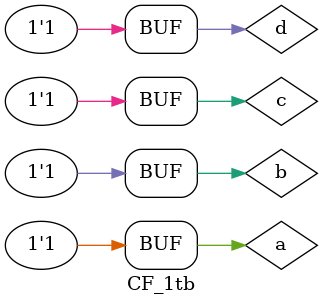
<source format=sv>
`timescale 1ns / 1ps


module CF_1tb;
reg a,b,c,d;
wire y;
CF_1 dut (a,b,c,d,y);
initial
begin
a=1'b0;b=1'b0;c=1'b0;d=1'b0;
#10 a=1'b0;b=1'b0;c=1'b0;d=1'b1;
#10 a=1'b0;b=1'b0;c=1'b1;d=1'b0;
#10 a=1'b0;b=1'b0;c=1'b1;d=1'b1;
#10 a=1'b0;b=1'b1;c=1'b0;d=1'b0;
#10 a=1'b0;b=1'b1;c=1'b0;d=1'b1;
#10 a=1'b0;b=1'b1;c=1'b1;d=1'b0;
#10 a=1'b0;b=1'b1;c=1'b1;d=1'b1;
#10 a=1'b1;b=1'b0;c=1'b0;d=1'b0;
#10 a=1'b1;b=1'b0;c=1'b0;d=1'b1;
#10 a=1'b1;b=1'b0;c=1'b1;d=1'b0;
#10 a=1'b1;b=1'b0;c=1'b1;d=1'b1;
#10 a=1'b1;b=1'b1;c=1'b0;d=1'b0;
#10 a=1'b1;b=1'b1;c=1'b0;d=1'b1;
#10 a=1'b1;b=1'b1;c=1'b1;d=1'b0;
#10 a=1'b1;b=1'b1;c=1'b1;d=1'b1;
end
endmodule

  
</source>
